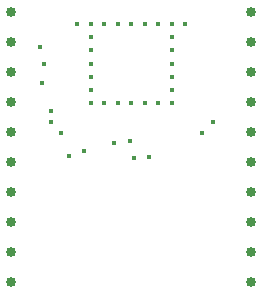
<source format=gbr>
%TF.GenerationSoftware,Altium Limited,Altium Designer,20.1.8 (145)*%
G04 Layer_Color=0*
%FSLAX45Y45*%
%MOMM*%
%TF.SameCoordinates,58819124-5082-48BE-93C4-8F50621AB512*%
%TF.FilePolarity,Positive*%
%TF.FileFunction,Plated,1,4,PTH,Drill*%
%TF.Part,Single*%
G01*
G75*
%TA.AperFunction,ComponentDrill*%
%ADD26C,0.85000*%
%TA.AperFunction,ViaDrill,NotFilled*%
%ADD27C,0.40000*%
D26*
X11176000Y7874000D02*
D03*
Y7620000D02*
D03*
Y7366000D02*
D03*
Y7112000D02*
D03*
Y6858000D02*
D03*
Y6604000D02*
D03*
Y6350000D02*
D03*
Y6096000D02*
D03*
Y5842000D02*
D03*
Y5588000D02*
D03*
X9144000Y7874000D02*
D03*
Y7620000D02*
D03*
Y7366000D02*
D03*
Y7112000D02*
D03*
Y6858000D02*
D03*
Y6604000D02*
D03*
Y6350000D02*
D03*
Y6096000D02*
D03*
Y5842000D02*
D03*
Y5588000D02*
D03*
D27*
X10617200Y7772400D02*
D03*
X9702800Y7772398D02*
D03*
X10851200Y6941500D02*
D03*
X9476740D02*
D03*
Y7036500D02*
D03*
X9632366Y6650626D02*
D03*
X9565000Y6845300D02*
D03*
X10755000D02*
D03*
X9817100Y7099300D02*
D03*
X10502900D02*
D03*
Y7772399D02*
D03*
X9817100D02*
D03*
Y7660216D02*
D03*
X9931400Y7099300D02*
D03*
X10045700D02*
D03*
X10160000D02*
D03*
X10274300Y7772400D02*
D03*
X10160000D02*
D03*
X10045700D02*
D03*
X9931400D02*
D03*
X10388600D02*
D03*
X10502900Y7660216D02*
D03*
Y7548033D02*
D03*
Y7435849D02*
D03*
Y7323666D02*
D03*
Y7211483D02*
D03*
X10388600Y7099300D02*
D03*
X10274300D02*
D03*
X9817100Y7211483D02*
D03*
Y7323666D02*
D03*
Y7435849D02*
D03*
Y7548033D02*
D03*
X9760000Y6697819D02*
D03*
X10012410Y6765297D02*
D03*
X10149711Y6782851D02*
D03*
X10178996Y6640391D02*
D03*
X10308178Y6643765D02*
D03*
X9403680Y7276500D02*
D03*
X9417700Y7436500D02*
D03*
X9388048Y7577716D02*
D03*
%TF.MD5,beb1b53e64787b71965586d66911d066*%
M02*

</source>
